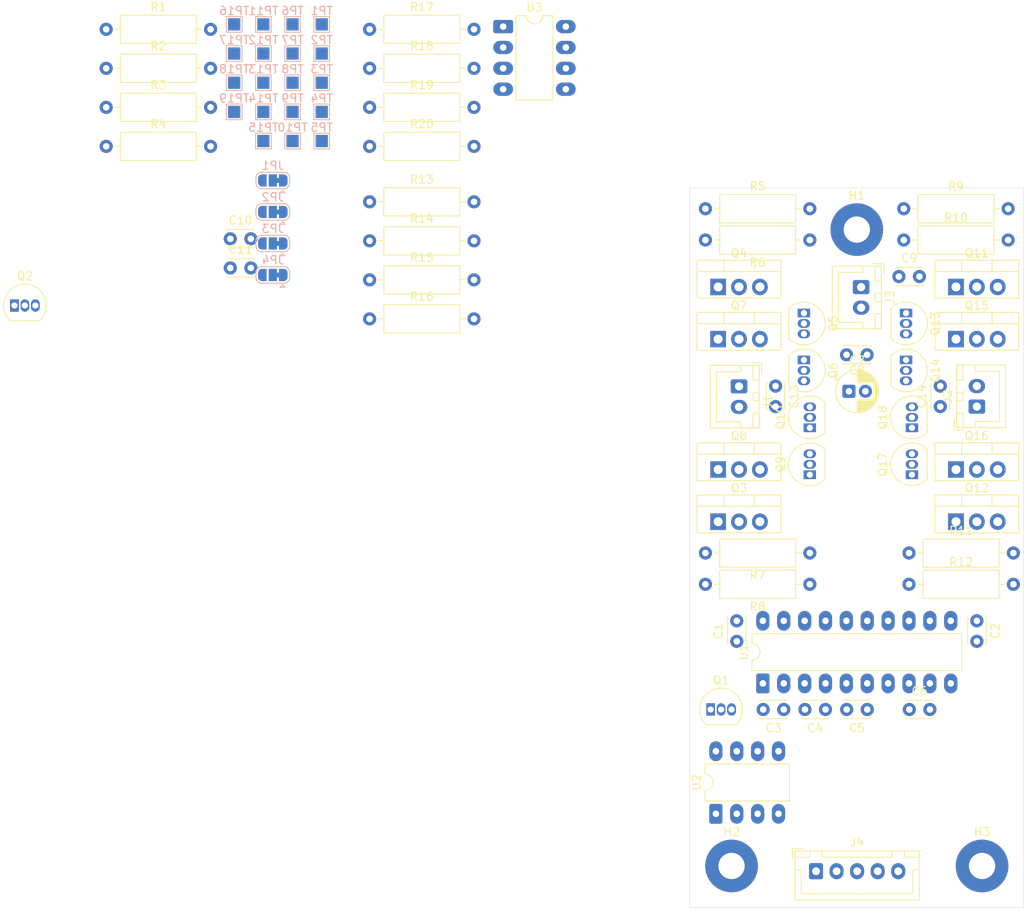
<source format=kicad_pcb>
(kicad_pcb (version 20241229) (generator "pcbnew") (generator_version "9.0")
  (title_block (title "Dual H-Bridge") (rev "A") (company "Team 5") (comment 1 "George Sleen"))
  (layers (0 "F.Cu" signal) (2 "B.Cu" signal) (13 "F.Paste" user) (15 "B.Paste" user) (5 "F.SilkS" user "F.Silkscreen") (7 "B.SilkS" user "B.Silkscreen") (1 "F.Mask" user) (3 "B.Mask" user) (25 "Edge.Cuts" user))
  (net 0 "")
  (net 1 "GND")
  (net 2 "+BATT")
  (net 3 "/H-Bridge 0/MOTOR+")
  (net 4 "/H-Bridge 0/MOTOR-")
  (net 5 "Net-(C9-Pad1)")
  (net 6 "/H-Bridge 1/MOTOR+")
  (net 7 "/H-Bridge 1/MOTOR-")
  (net 8 "Net-(U1-T1)")
  (net 9 "Net-(U1-T2)")
  (net 10 "Net-(U1-T3)")
  (net 11 "Net-(U1-T4)")
  (net 12 "Net-(C10-Pad1)")
  (net 13 "Net-(C11-Pad1)")
  (net 14 "Net-(JP1-C)")
  (net 15 "/Motor0.~{DIR}")
  (net 16 "/Motor0.DIR")
  (net 17 "Net-(JP2-C)")
  (net 18 "Net-(JP3-C)")
  (net 19 "/Motor1.~{DIR}")
  (net 20 "Net-(JP4-C)")
  (net 21 "/Motor1.DIR")
  (net 22 "/H-Bridge 0/FOW_HIGH_GATE")
  (net 23 "/H-Bridge 0/REV_HIGH_GATE")
  (net 24 "/H-Bridge 0/REV_LOW_GATE")
  (net 25 "/H-Bridge 0/FOW_LOW_GATE")
  (net 26 "/H-Bridge 1/FOW_HIGH_GATE")
  (net 27 "/H-Bridge 1/REV_HIGH_GATE")
  (net 28 "/H-Bridge 1/REV_LOW_GATE")
  (net 29 "/H-Bridge 1/FOW_LOW_GATE")
  (net 30 "/PWM0")
  (net 31 "/PWM1")
  (net 32 "/MCU.PWM0")
  (net 33 "Net-(R13-Pad2)")
  (net 34 "/Motor0.PWM")
  (net 35 "/MCU.DIR0")
  (net 36 "Net-(R15-Pad2)")
  (net 37 "/MCU.PWM1")
  (net 38 "Net-(R17-Pad2)")
  (net 39 "/Motor1.PWM")
  (net 40 "Net-(R19-Pad2)")
  (net 41 "/MCU.DIR1")
  (net 42 "Net-(Q1-B)")
  (net 43 "Net-(Q2-B)")
  (net 44 "Net-(Q5-B)")
  (net 45 "Net-(Q9-B)")
  (net 46 "Net-(Q13-B)")
  (net 47 "Net-(Q17-B)")
  (net 48 "GNDPWR")
  (footprint "Package_TO_SOT_THT:TO-92_Inline" (layer "F.Cu") (at 27.69 58.77)
    (property "Reference" "Q2" (at 1.27 -3.56 0) (layer "F.SilkS"))
    (property "Value" "2N3904")
    (pad "1" thru_hole rect (at 0 0) (size 1.05 1.5) (drill 0.75) (layers "*.Cu" "*.Mask") (net 48 "GNDPWR"))
    (pad "2" thru_hole oval (at 1.27 0) (size 1.05 1.5) (drill 0.75) (layers "*.Cu" "*.Mask") (net 43 "Net-(Q2-B)"))
    (pad "3" thru_hole oval (at 2.54 0) (size 1.05 1.5) (drill 0.75) (layers "*.Cu" "*.Mask") (net 19 "/Motor1.~{DIR}"))
  )
  (footprint "Resistor_THT:R_Axial_DIN0309_L9.0mm_D3.2mm_P12.70mm_Horizontal" (layer "F.Cu") (at 70.9 39.4)
    (property "Reference" "R20" (at 6.35 -2.72 0) (layer "F.SilkS"))
    (property "Value" "1k")
    (pad "1" thru_hole circle (at 0 0) (size 1.6 1.6) (drill 0.8) (layers "*.Cu" "*.Mask") (net 48 "GNDPWR"))
    (pad "2" thru_hole circle (at 12.7 0) (size 1.6 1.6) (drill 0.8) (layers "*.Cu" "*.Mask") (net 21 "/Motor1.DIR"))
  )
  (footprint "Resistor_THT:R_Axial_DIN0309_L9.0mm_D3.2mm_P12.70mm_Horizontal" (layer "F.Cu") (at 111.76 46.99)
    (property "Reference" "R5" (at 6.35 -2.72 0) (layer "F.SilkS"))
    (property "Value" "10k")
    (pad "1" thru_hole circle (at 0 0) (size 1.6 1.6) (drill 0.8) (layers "*.Cu" "*.Mask") (net 2 "+BATT"))
    (pad "2" thru_hole circle (at 12.7 0) (size 1.6 1.6) (drill 0.8) (layers "*.Cu" "*.Mask") (net 24 "/H-Bridge 0/REV_LOW_GATE"))
  )
  (footprint "Resistor_THT:R_Axial_DIN0309_L9.0mm_D3.2mm_P12.70mm_Horizontal" (layer "F.Cu") (at 38.85 39.4)
    (property "Reference" "R4" (at 6.35 -2.72 0) (layer "F.SilkS"))
    (property "Value" "100k")
    (pad "1" thru_hole circle (at 0 0) (size 1.6 1.6) (drill 0.8) (layers "*.Cu" "*.Mask") (net 21 "/Motor1.DIR"))
    (pad "2" thru_hole circle (at 12.7 0) (size 1.6 1.6) (drill 0.8) (layers "*.Cu" "*.Mask") (net 43 "Net-(Q2-B)"))
  )
  (footprint "Capacitor_THT:C_Disc_D3.0mm_W2.0mm_P2.50mm" (layer "F.Cu") (at 115.57 99.655 90)
    (property "Reference" "C1" (at 1.25 -2.25 90) (layer "F.SilkS"))
    (property "Value" "100nF")
    (pad "1" thru_hole circle (at 0 0 90) (size 1.6 1.6) (drill 0.8) (layers "*.Cu" "*.Mask") (net 2 "+BATT"))
    (pad "2" thru_hole circle (at 2.5 0 90) (size 1.6 1.6) (drill 0.8) (layers "*.Cu" "*.Mask") (net 48 "GNDPWR"))
  )
  (footprint "Resistor_THT:R_Axial_DIN0309_L9.0mm_D3.2mm_P12.70mm_Horizontal" (layer "F.Cu") (at 136.525 92.71)
    (property "Reference" "R12" (at 6.35 -2.72 0) (layer "F.SilkS"))
    (property "Value" "100k")
    (pad "1" thru_hole circle (at 0 0) (size 1.6 1.6) (drill 0.8) (layers "*.Cu" "*.Mask") (net 31 "/PWM1"))
    (pad "2" thru_hole circle (at 12.7 0) (size 1.6 1.6) (drill 0.8) (layers "*.Cu" "*.Mask") (net 47 "Net-(Q17-B)"))
  )
  (footprint "Capacitor_THT:C_Disc_D3.0mm_W2.0mm_P2.50mm" (layer "F.Cu") (at 126.365 107.95 180)
    (property "Reference" "C4" (at 1.25 -2.25 0) (layer "F.SilkS"))
    (property "Value" "10nF")
    (pad "1" thru_hole circle (at 0 0 180) (size 1.6 1.6) (drill 0.8) (layers "*.Cu" "*.Mask") (net 9 "Net-(U1-T2)"))
    (pad "2" thru_hole circle (at 2.5 0 180) (size 1.6 1.6) (drill 0.8) (layers "*.Cu" "*.Mask") (net 48 "GNDPWR"))
  )
  (footprint "Capacitor_THT:C_Disc_D3.0mm_W2.0mm_P2.50mm" (layer "F.Cu") (at 140.335 71.08 90)
    (property "Reference" "C14" (at 1.25 -2.25 90) (layer "F.SilkS"))
    (property "Value" "100nF")
    (pad "1" thru_hole circle (at 0 0 90) (size 1.6 1.6) (drill 0.8) (layers "*.Cu" "*.Mask") (net 6 "/H-Bridge 1/MOTOR+"))
    (pad "2" thru_hole circle (at 2.5 0 90) (size 1.6 1.6) (drill 0.8) (layers "*.Cu" "*.Mask") (net 7 "/H-Bridge 1/MOTOR-"))
  )
  (footprint "Capacitor_THT:C_Disc_D3.0mm_W2.0mm_P2.50mm" (layer "F.Cu") (at 131.445 107.95 180)
    (property "Reference" "C5" (at 1.25 -2.25 0) (layer "F.SilkS"))
    (property "Value" "10nF")
    (pad "1" thru_hole circle (at 0 0 180) (size 1.6 1.6) (drill 0.8) (layers "*.Cu" "*.Mask") (net 10 "Net-(U1-T3)"))
    (pad "2" thru_hole circle (at 2.5 0 180) (size 1.6 1.6) (drill 0.8) (layers "*.Cu" "*.Mask") (net 48 "GNDPWR"))
  )
  (footprint "Capacitor_THT:CP_Radial_D5.0mm_P2.00mm" (layer "F.Cu") (at 129.219888 69.215)
    (property "Reference" "C7" (at 1 -3.75 0) (layer "F.SilkS"))
    (property "Value" "47uF")
    (pad "1" thru_hole roundrect (at 0 0) (size 1.6 1.6) (drill 0.8) (layers "*.Cu" "*.Mask") (roundrect_rratio 0.15625) (net 2 "+BATT"))
    (pad "2" thru_hole circle (at 2 0) (size 1.6 1.6) (drill 0.8) (layers "*.Cu" "*.Mask") (net 48 "GNDPWR"))
  )
  (footprint "Resistor_THT:R_Axial_DIN0309_L9.0mm_D3.2mm_P12.70mm_Horizontal" (layer "F.Cu") (at 38.85 25.15)
    (property "Reference" "R1" (at 6.35 -2.72 0) (layer "F.SilkS"))
    (property "Value" "10k")
    (pad "1" thru_hole circle (at 0 0) (size 1.6 1.6) (drill 0.8) (layers "*.Cu" "*.Mask") (net 2 "+BATT"))
    (pad "2" thru_hole circle (at 12.7 0) (size 1.6 1.6) (drill 0.8) (layers "*.Cu" "*.Mask") (net 15 "/Motor0.~{DIR}"))
  )
  (footprint "Resistor_THT:R_Axial_DIN0309_L9.0mm_D3.2mm_P12.70mm_Horizontal" (layer "F.Cu") (at 124.46 50.8 180)
    (property "Reference" "R6" (at 6.35 -2.72 0) (layer "F.SilkS"))
    (property "Value" "100k")
    (pad "1" thru_hole circle (at 0 0 180) (size 1.6 1.6) (drill 0.8) (layers "*.Cu" "*.Mask") (net 30 "/PWM0"))
    (pad "2" thru_hole circle (at 12.7 0 180) (size 1.6 1.6) (drill 0.8) (layers "*.Cu" "*.Mask") (net 44 "Net-(Q5-B)"))
  )
  (footprint "Capacitor_THT:C_Disc_D3.0mm_W2.0mm_P2.50mm" (layer "F.Cu") (at 53.95 54.2)
    (property "Reference" "C11" (at 1.25 -2.25 0) (layer "F.SilkS"))
    (property "Value" "100nF")
    (pad "1" thru_hole circle (at 0 0) (size 1.6 1.6) (drill 0.8) (layers "*.Cu" "*.Mask") (net 13 "Net-(C11-Pad1)"))
    (pad "2" thru_hole circle (at 2.5 0) (size 1.6 1.6) (drill 0.8) (layers "*.Cu" "*.Mask") (net 1 "GND"))
  )
  (footprint "Resistor_THT:R_Axial_DIN0309_L9.0mm_D3.2mm_P12.70mm_Horizontal" (layer "F.Cu") (at 70.9 55.65)
    (property "Reference" "R15" (at 6.35 -2.72 0) (layer "F.SilkS"))
    (property "Value" "330R")
    (pad "1" thru_hole circle (at 0 0) (size 1.6 1.6) (drill 0.8) (layers "*.Cu" "*.Mask") (net 35 "/MCU.DIR0"))
    (pad "2" thru_hole circle (at 12.7 0) (size 1.6 1.6) (drill 0.8) (layers "*.Cu" "*.Mask") (net 36 "Net-(R15-Pad2)"))
  )
  (footprint "Capacitor_THT:C_Disc_D3.0mm_W2.0mm_P2.50mm" (layer "F.Cu") (at 53.95 50.65)
    (property "Reference" "C10" (at 1.25 -2.25 0) (layer "F.SilkS"))
    (property "Value" "100nF")
    (pad "1" thru_hole circle (at 0 0) (size 1.6 1.6) (drill 0.8) (layers "*.Cu" "*.Mask") (net 12 "Net-(C10-Pad1)"))
    (pad "2" thru_hole circle (at 2.5 0) (size 1.6 1.6) (drill 0.8) (layers "*.Cu" "*.Mask") (net 1 "GND"))
  )
  (footprint "Package_TO_SOT_THT:TO-220-3_Vertical" (layer "F.Cu") (at 113.305 56.515)
    (property "Reference" "Q4" (at 2.54 -4.1 0) (layer "F.SilkS"))
    (property "Value" "IRFZ44")
    (pad "1" thru_hole rect (at 0 0) (size 1.905 2) (drill 1.1) (layers "*.Cu" "*.Mask") (net 23 "/H-Bridge 0/REV_HIGH_GATE"))
    (pad "2" thru_hole oval (at 2.54 0) (size 1.905 2) (drill 1.1) (layers "*.Cu" "*.Mask") (net 2 "+BATT"))
    (pad "3" thru_hole oval (at 5.08 0) (size 1.905 2) (drill 1.1) (layers "*.Cu" "*.Mask") (net 4 "/H-Bridge 0/MOTOR-"))
  )
  (footprint "Package_TO_SOT_THT:TO-92_Inline" (layer "F.Cu") (at 123.74 59.69 -90)
    (property "Reference" "Q5" (at 1.27 -3.56 90) (layer "F.SilkS"))
    (property "Value" "2N3904")
    (pad "1" thru_hole rect (at 0 0 270) (size 1.05 1.5) (drill 0.75) (layers "*.Cu" "*.Mask") (net 48 "GNDPWR"))
    (pad "2" thru_hole oval (at 1.27 0 270) (size 1.05 1.5) (drill 0.75) (layers "*.Cu" "*.Mask") (net 44 "Net-(Q5-B)"))
    (pad "3" thru_hole oval (at 2.54 0 270) (size 1.05 1.5) (drill 0.75) (layers "*.Cu" "*.Mask") (net 24 "/H-Bridge 0/REV_LOW_GATE"))
  )
  (footprint "Package_TO_SOT_THT:TO-92_Inline" (layer "F.Cu") (at 136.165 65.405 -90)
    (property "Reference" "Q14" (at 1.27 -3.56 90) (layer "F.SilkS"))
    (property "Value" "VN2222L")
    (pad "1" thru_hole rect (at 0 0 270) (size 1.05 1.5) (drill 0.75) (layers "*.Cu" "*.Mask") (net 28 "/H-Bridge 1/REV_LOW_GATE"))
    (pad "2" thru_hole oval (at 1.27 0 270) (size 1.05 1.5) (drill 0.75) (layers "*.Cu" "*.Mask") (net 19 "/Motor1.~{DIR}"))
    (pad "3" thru_hole oval (at 2.54 0 270) (size 1.05 1.5) (drill 0.75) (layers "*.Cu" "*.Mask") (net 48 "GNDPWR"))
  )
  (footprint "Connector_JST:JST_XH_B2B-XH-A_1x02_P2.50mm_Vertical" (layer "F.Cu") (at 130.7 56.535 -90)
    (property "Reference" "J3" (at 1.25 -3.55 90) (layer "F.SilkS"))
    (property "Value" "BATT")
    (pad "1" thru_hole roundrect (at 0 0 270) (size 1.7 2) (drill 1) (layers "*.Cu" "*.Mask") (roundrect_rratio 0.147059) (net 48 "GNDPWR"))
    (pad "2" thru_hole oval (at 2.5 0 270) (size 1.7 2) (drill 1) (layers "*.Cu" "*.Mask") (net 2 "+BATT"))
  )
  (footprint "Resistor_THT:R_Axial_DIN0309_L9.0mm_D3.2mm_P12.70mm_Horizontal" (layer "F.Cu") (at 70.9 50.9)
    (property "Reference" "R14" (at 6.35 -2.72 0) (layer "F.SilkS"))
    (property "Value" "1k")
    (pad "1" thru_hole circle (at 0 0) (size 1.6 1.6) (drill 0.8) (layers "*.Cu" "*.Mask") (net 48 "GNDPWR"))
    (pad "2" thru_hole circle (at 12.7 0) (size 1.6 1.6) (drill 0.8) (layers "*.Cu" "*.Mask") (net 34 "/Motor0.PWM"))
  )
  (footprint "Capacitor_THT:C_Disc_D3.0mm_W2.0mm_P2.50mm" (layer "F.Cu") (at 120.29 68.58 -90)
    (property "Reference" "C13" (at 1.25 -2.25 90) (layer "F.SilkS"))
    (property "Value" "100nF")
    (pad "1" thru_hole circle (at 0 0 270) (size 1.6 1.6) (drill 0.8) (layers "*.Cu" "*.Mask") (net 3 "/H-Bridge 0/MOTOR+"))
    (pad "2" thru_hole circle (at 2.5 0 270) (size 1.6 1.6) (drill 0.8) (layers "*.Cu" "*.Mask") (net 4 "/H-Bridge 0/MOTOR-"))
  )
  (footprint "Capacitor_THT:C_Disc_D3.0mm_W2.0mm_P2.50mm" (layer "F.Cu") (at 128.925 64.77)
    (property "Reference" "C8" (at 1.25 1.905 0) (layer "F.SilkS"))
    (property "Value" "100nF")
    (pad "1" thru_hole circle (at 0 0) (size 1.6 1.6) (drill 0.8) (layers "*.Cu" "*.Mask") (net 2 "+BATT"))
    (pad "2" thru_hole circle (at 2.5 0) (size 1.6 1.6) (drill 0.8) (layers "*.Cu" "*.Mask") (net 48 "GNDPWR"))
  )
  (footprint "Resistor_THT:R_Axial_DIN0309_L9.0mm_D3.2mm_P12.70mm_Horizontal" (layer "F.Cu") (at 135.89 50.8)
    (property "Reference" "R10" (at 6.35 -2.72 0) (layer "F.SilkS"))
    (property "Value" "100k")
    (pad "1" thru_hole circle (at 0 0) (size 1.6 1.6) (drill 0.8) (layers "*.Cu" "*.Mask") (net 31 "/PWM1"))
    (pad "2" thru_hole circle (at 12.7 0) (size 1.6 1.6) (drill 0.8) (layers "*.Cu" "*.Mask") (net 46 "Net-(Q13-B)"))
  )
  (footprint "Resistor_THT:R_Axial_DIN0309_L9.0mm_D3.2mm_P12.70mm_Horizontal" (layer "F.Cu") (at 124.46 88.9 180)
    (property "Reference" "R7" (at 6.35 -2.72 0) (layer "F.SilkS"))
    (property "Value" "10k")
    (pad "1" thru_hole circle (at 0 0 180) (size 1.6 1.6) (drill 0.8) (layers "*.Cu" "*.Mask") (net 2 "+BATT"))
    (pad "2" thru_hole circle (at 12.7 0 180) (size 1.6 1.6) (drill 0.8) (layers "*.Cu" "*.Mask") (net 25 "/H-Bridge 0/FOW_LOW_GATE"))
  )
  (footprint "Package_TO_SOT_THT:TO-220-3_Vertical" (layer "F.Cu") (at 113.305 62.865)
    (property "Reference" "Q7" (at 2.54 -4.1 0) (layer "F.SilkS"))
    (property "Value" "IRFZ44")
    (pad "1" thru_hole rect (at 0 0) (size 1.905 2) (drill 1.1) (layers "*.Cu" "*.Mask") (net 24 "/H-Bridge 0/REV_LOW_GATE"))
    (pad "2" thru_hole oval (at 2.54 0) (size 1.905 2) (drill 1.1) (layers "*.Cu" "*.Mask") (net 3 "/H-Bridge 0/MOTOR+"))
    (pad "3" thru_hole oval (at 5.08 0) (size 1.905 2) (drill 1.1) (layers "*.Cu" "*.Mask") (net 48 "GNDPWR"))
  )
  (footprint "Capacitor_THT:C_Disc_D3.0mm_W2.0mm_P2.50mm" (layer "F.Cu") (at 136.565 107.95)
    (property "Reference" "C6" (at 1.25 -2.25 0) (layer "F.SilkS"))
    (property "Value" "10nF")
    (pad "1" thru_hole circle (at 0 0) (size 1.6 1.6) (drill 0.8) (layers "*.Cu" "*.Mask") (net 11 "Net-(U1-T4)"))
    (pad "2" thru_hole circle (at 2.5 0) (size 1.6 1.6) (drill 0.8) (layers "*.Cu" "*.Mask") (net 48 "GNDPWR"))
  )
  (footprint "Capacitor_THT:C_Disc_D3.0mm_W2.0mm_P2.50mm" (layer "F.Cu") (at 121.285 107.95 180)
    (property "Reference" "C3" (at 1.25 -2.25 0) (layer "F.SilkS"))
    (property "Value" "10nF")
    (pad "1" thru_hole circle (at 0 0 180) (size 1.6 1.6) (drill 0.8) (layers "*.Cu" "*.Mask") (net 8 "Net-(U1-T1)"))
    (pad "2" thru_hole circle (at 2.5 0 180) (size 1.6 1.6) (drill 0.8) (layers "*.Cu" "*.Mask") (net 48 "GNDPWR"))
  )
  (footprint "MountingHole:MountingHole_3.2mm_M3_Pad" (layer "F.Cu") (at 145.415 127)
    (property "Reference" "H3" (at 0 -4.15 0) (layer "F.SilkS"))
    (property "Value" "M3_PTH")
    (pad "1" thru_hole circle (at 0 0) (size 6.4 6.4) (drill 3.2) (layers "*.Cu" "*.Mask") (net 13 "Net-(C11-Pad1)"))
  )
  (footprint "Package_TO_SOT_THT:TO-92_Inline" (layer "F.Cu") (at 124.46 79.375 90)
    (property "Reference" "Q9" (at 1.27 -3.56 90) (layer "F.SilkS"))
    (property "Value" "2N3904")
    (pad "1" thru_hole rect (at 0 0 90) (size 1.05 1.5) (drill 0.75) (layers "*.Cu" "*.Mask") (net 48 "GNDPWR"))
    (pad "2" thru_hole oval (at 1.27 0 90) (size 1.05 1.5) (drill 0.75) (layers "*.Cu" "*.Mask") (net 45 "Net-(Q9-B)"))
    (pad "3" thru_hole oval (at 2.54 0 90) (size 1.05 1.5) (drill 0.75) (layers "*.Cu" "*.Mask") (net 25 "/H-Bridge 0/FOW_LOW_GATE"))
  )
  (footprint "Package_TO_SOT_THT:TO-92_Inline" (layer "F.Cu") (at 136.165 59.69 -90)
    (property "Reference" "Q13" (at 1.27 -3.56 90) (layer "F.SilkS"))
    (property "Value" "2N3904")
    (pad "1" thru_hole rect (at 0 0 270) (size 1.05 1.5) (drill 0.75) (layers "*.Cu" "*.Mask") (net 48 "GNDPWR"))
    (pad "2" thru_hole oval (at 1.27 0 270) (size 1.05 1.5) (drill 0.75) (layers "*.Cu" "*.Mask") (net 46 "Net-(Q13-B)"))
    (pad "3" thru_hole oval (at 2.54 0 270) (size 1.05 1.5) (drill 0.75) (layers "*.Cu" "*.Mask") (net 28 "/H-Bridge 1/REV_LOW_GATE"))
  )
  (footprint "Package_TO_SOT_THT:TO-220-3_Vertical" (layer "F.Cu") (at 142.24 62.865)
    (property "Reference" "Q15" (at 2.54 -4.1 0) (layer "F.SilkS"))
    (property "Value" "IRFZ44")
    (pad "1" thru_hole rect (at 0 0) (size 1.905 2) (drill 1.1) (layers "*.Cu" "*.Mask") (net 28 "/H-Bridge 1/REV_LOW_GATE"))
    (pad "2" thru_hole oval (at 2.54 0) (size 1.905 2) (drill 1.1) (layers "*.Cu" "*.Mask") (net 6 "/H-Bridge 1/MOTOR+"))
    (pad "3" thru_hole oval (at 5.08 0) (size 1.905 2) (drill 1.1) (layers "*.Cu" "*.Mask") (net 48 "GNDPWR"))
  )
  (footprint "MountingHole:MountingHole_3.2mm_M3_Pad" (layer "F.Cu") (at 114.935 127)
    (property "Reference" "H2" (at 0 -4.15 0) (layer "F.SilkS"))
    (property "Value" "M3_PTH")
    (pad "1" thru_hole circle (at 0 0) (size 6.4 6.4) (drill 3.2) (layers "*.Cu" "*.Mask") (net 12 "Net-(C10-Pad1)"))
  )
  (footprint "Resistor_THT:R_Axial_DIN0309_L9.0mm_D3.2mm_P12.70mm_Horizontal" (layer "F.Cu") (at 70.9 29.9)
    (property "Reference" "R18" (at 6.35 -2.72 0) (layer "F.SilkS"))
    (property "Value" "1k")
    (pad "1" thru_hole circle (at 0 0) (size 1.6 1.6) (drill 0.8) (layers "*.Cu" "*.Mask") (net 48 "GNDPWR"))
    (pad "2" thru_hole circle (at 12.7 0) (size 1.6 1.6) (drill 0.8) (layers "*.Cu" "*.Mask") (net 39 "/Motor1.PWM"))
  )
  (footprint "MountingHole:MountingHole_3.2mm_M3_Pad" (layer "F.Cu") (at 130.175 49.53)
    (property "Reference" "H1" (at 0 -4.15 0) (layer "F.SilkS"))
    (property "Value" "M3_PTH")
    (pad "1" thru_hole circle (at 0 0) (size 6.4 6.4) (drill 3.2) (layers "*.Cu" "*.Mask") (net 5 "Net-(C9-Pad1)"))
  )
  (footprint "Package_TO_SOT_THT:TO-92_Inline" (layer "F.Cu") (at 124.46 73.66 90)
    (property "Reference" "Q10" (at 1.27 -3.56 90) (layer "F.SilkS"))
    (property "Value" "VN2222L")
    (pad "1" thru_hole rect (at 0 0 90) (size 1.05 1.5) (drill 0.75) (layers "*.Cu" "*.Mask") (net 25 "/H-Bridge 0/FOW_LOW_GATE"))
    (pad "2" thru_hole oval (at 1.27 0 90) (size 1.05 1.5) (drill 0.75) (layers "*.Cu" "*.Mask") (net 16 "/Motor0.DIR"))
    (pad "3" thru_hole oval (at 2.54 0 90) (size 1.05 1.5) (drill 0.75) (layers "*.Cu" "*.Mask") (net 48 "GNDPWR"))
  )
  (footprint "Package_TO_SOT_THT:TO-220-3_Vertical" (layer "F.Cu") (at 113.305 85.09)
    (property "Reference" "Q3" (at 2.54 -4.1 0) (layer "F.SilkS"))
    (property "Value" "IRFZ44")
    (pad "1" thru_hole rect (at 0 0) (size 1.905 2) (drill 1.1) (layers "*.Cu" "*.Mask") (net 22 "/H-Bridge 0/FOW_HIGH_GATE"))
    (pad "2" thru_hole oval (at 2.54 0) (size 1.905 2) (drill 1.1) (layers "*.Cu" "*.Mask") (net 2 "+BATT"))
    (pad "3" thru_hole oval (at 5.08 0) (size 1.905 2) (drill 1.1) (layers "*.Cu" "*.Mask") (net 3 "/H-Bridge 0/MOTOR+"))
  )
  (footprint "Package_TO_SOT_THT:TO-92_Inline" (layer "F.Cu") (at 136.885 79.375 90)
    (property "Reference" "Q17" (at 1.27 -3.56 90) (layer "F.SilkS"))
    (property "Value" "2N3904")
    (pad "1" thru_hole rect (at 0 0 90) (size 1.05 1.5) (drill 0.75) (layers "*.Cu" "*.Mask") (net 48 "GNDPWR"))
    (pad "2" thru_hole oval (at 1.27 0 90) (size 1.05 1.5) (drill 0.75) (layers "*.Cu" "*.Mask") (net 47 "Net-(Q17-B)"))
    (pad "3" thru_hole oval (at 2.54 0 90) (size 1.05 1.5) (drill 0.75) (layers "*.Cu" "*.Mask") (net 29 "/H-Bridge 1/FOW_LOW_GATE"))
  )
  (footprint "Resistor_THT:R_Axial_DIN0309_L9.0mm_D3.2mm_P12.70mm_Horizontal" (layer "F.Cu") (at 70.9 46.15)
    (property "Reference" "R13" (at 6.35 -2.72 0) (layer "F.SilkS"))
    (property "Value" "330R")
    (pad "1" thru_hole circle (at 0 0) (size 1.6 1.6) (drill 0.8) (layers "*.Cu" "*.Mask") (net 32 "/MCU.PWM0"))
    (pad "2" thru_hole circle (at 12.7 0) (size 1.6 1.6) (drill 0.8) (layers "*.Cu" "*.Mask") (net 33 "Net-(R13-Pad2)"))
  )
  (footprint "Resistor_THT:R_Axial_DIN0309_L9.0mm_D3.2mm_P12.70mm_Horizontal" (layer "F.Cu") (at 136.525 88.9)
    (property "Reference" "R11" (at 6.35 -2.72 0) (layer "F.SilkS"))
    (property "Value" "10k")
    (pad "1" thru_hole circle (at 0 0) (size 1.6 1.6) (drill 0.8) (layers "*.Cu" "*.Mask") (net 2 "+BATT"))
    (pad "2" thru_hole circle (at 12.7 0) (size 1.6 1.6) (drill 0.8) (layers "*.Cu" "*.Mask") (net 29 "/H-Bridge 1/FOW_LOW_GATE"))
  )
  (footprint "Package_TO_SOT_THT:TO-220-3_Vertical" (layer "F.Cu") (at 142.24 56.515)
    (property "Reference" "Q11" (at 2.54 -4.1 0) (layer "F.SilkS"))
    (property "Value" "IRFZ44")
    (pad "1" thru_hole rect (at 0 0) (size 1.905 2) (drill 1.1) (layers "*.Cu" "*.Mask") (net 26 "/H-Bridge 1/FOW_HIGH_GATE"))
    (pad "2" thru_hole oval (at 2.54 0) (size 1.905 2) (drill 1.1) (layers "*.Cu" "*.Mask") (net 2 "+BATT"))
    (pad "3" thru_hole oval (at 5.08 0) (size 1.905 2) (drill 1.1) (layers "*.Cu" "*.Mask") (net 6 "/H-Bridge 1/MOTOR+"))
  )
  (footprint "Resistor_THT:R_Axial_DIN0309_L9.0mm_D3.2mm_P12.70mm_Horizontal" (layer "F.Cu") (at 135.89 46.99)
    (property "Reference" "R9" (at 6.35 -2.72 0) (layer "F.SilkS"))
    (property "Value" "10k")
    (pad "1" thru_hole circle (at 0 0) (size 1.6 1.6) (drill 0.8) (layers "*.Cu" "*.Mask") (net 2 "+BATT"))
    (pad "2" thru_hole circle (at 12.7 0) (size 1.6 1.6) (drill 0.8) (layers "*.Cu" "*.Mask") (net 28 "/H-Bridge 1/REV_LOW_GATE"))
  )
  (footprint "Connector_JST:JST_XH_B2B-XH-A_1x02_P2.50mm_Vertical" (layer "F.Cu") (at 115.845 68.62 -90)
    (property "Reference" "J1" (at 1.885 -3.55 90) (layer "F.SilkS"))
    (property "Value" "Motor0")
    (pad "1" thru_hole roundrect (at 0 0 270) (size 1.7 2) (drill 1) (layers "*.Cu" "*.Mask") (roundrect_rratio 0.147059) (net 3 "/H-Bridge 0/MOTOR+"))
    (pad "2" thru_hole oval (at 2.5 0 270) (size 1.7 2) (drill 1) (layers "*.Cu" "*.Mask") (net 4 "/H-Bridge 0/MOTOR-"))
  )
  (footprint "Package_DIP:DIP-8_W7.62mm_LongPads" (layer "F.Cu") (at 87.15 24.82)
    (property "Reference" "U3" (at 3.81 -2.33 0) (layer "F.SilkS"))
    (property "Value" "MCT6")
    (pad "1" thru_hole roundrect (at 0 0) (size 2.4 1.6) (drill 0.8) (layers "*.Cu" "*.Mask") (roundrect_rratio 0.15625) (net 38 "Net-(R17-Pad2)"))
    (pad "2" thru_hole oval (at 0 2.54) (size 2.4 1.6) (drill 0.8) (layers "*.Cu" "*.Mask") (net 1 "GND"))
    (pad "3" thru_hole oval (at 0 5.08) (size 2.4 1.6) (drill 0.8) (layers "*.Cu" "*.Mask") (net 1 "GND"))
    (pad "4" thru_hole oval (at 0 7.62) (size 2.4 1.6) (drill 0.8) (layers "*.Cu" "*.Mask") (net 40 "Net-(R19-Pad2)"))
    (pad "5" thru_hole oval (at 7.62 7.62) (size 2.4 1.6) (drill 0.8) (layers "*.Cu" "*.Mask") (net 21 "/Motor1.DIR"))
    (pad "6" thru_hole oval (at 7.62 5.08) (size 2.4 1.6) (drill 0.8) (layers "*.Cu" "*.Mask") (net 2 "+BATT"))
    (pad "7" thru_hole oval (at 7.62 2.54) (size 2.4 1.6) (drill 0.8) (layers "*.Cu" "*.Mask") (net 2 "+BATT"))
    (pad "8" thru_hole oval (at 7.62 0) (size 2.4 1.6) (drill 0.8) (layers "*.Cu" "*.Mask") (net 39 "/Motor1.PWM"))
  )
  (footprint "Resistor_THT:R_Axial_DIN0309_L9.0mm_D3.2mm_P12.70mm_Horizontal" (layer "F.Cu") (at 38.85 34.65)
    (property "Reference" "R3" (at 6.35 -2.72 0) (layer "F.SilkS"))
    (property "Value" "10k")
    (pad "1" thru_hole circle (at 0 0) (size 1.6 1.6) (drill 0.8) (layers "*.Cu" "*.Mask") (net 2 "+BATT"))
    (pad "2" thru_hole circle (at 12.7 0) (size 1.6 1.6) (drill 0.8) (layers "*.Cu" "*.Mask") (net 19 "/Motor1.~{DIR}"))
  )
  (footprint "Capacitor_THT:C_Disc_D3.0mm_W2.0mm_P2.50mm" (layer "F.Cu") (at 135.295 55.245)
    (property "Reference" "C9" (at 1.25 -2.25 0) (layer "F.SilkS"))
    (property "Value" "100nF")
    (pad "1" thru_hole circle (at 0 0) (size 1.6 1.6) (drill 0.8) (layers "*.Cu" "*.Mask") (net 5 "Net-(C9-Pad1)"))
    (pad "2" thru_hole circle (at 2.5 0) (size 1.6 1.6) (drill 0.8) (layers "*.Cu" "*.Mask") (net 48 "GNDPWR"))
  )
  (footprint "Resistor_THT:R_Axial_DIN0309_L9.0mm_D3.2mm_P12.70mm_Horizontal" (layer "F.Cu") (at 70.9 60.4)
    (property "Reference" "R16" (at 6.35 -2.72 0) (layer "F.SilkS"))
    (property "Value" "1k")
    (pad "1" thru_hole circle (at 0 0) (size 1.6 1.6) (drill 0.8) (layers "*.Cu" "*.Mask") (net 48 "GNDPWR"))
    (pad "2" thru_hole circle (at 12.7 0) (size 1.6 1.6) (drill 0.8) (layers "*.Cu" "*.Mask") (net 16 "/Motor0.DIR"))
  )
  (footprint "Package_TO_SOT_THT:TO-220-3_Vertical" (layer "F.Cu") (at 113.305 78.74)
    (property "Reference" "Q8" (at 2.54 -4.1 0) (layer "F.SilkS"))
    (property "Value" "IRFZ44")
    (pad "1" thru_hole rect (at 0 0) (size 1.905 2) (drill 1.1) (layers "*.Cu" "*.Mask") (net 25 "/H-Bridge 0/FOW_LOW_GATE"))
    (pad "2" thru_hole oval (at 2.54 0) (size 1.905 2) (drill 1.1) (layers "*.Cu" "*.Mask") (net 4 "/H-Bridge 0/MOTOR-"))
    (pad "3" thru_hole oval (at 5.08 0) (size 1.905 2) (drill 1.1) (layers "*.Cu" "*.Mask") (net 48 "GNDPWR"))
  )
  (footprint "Package_TO_SOT_THT:TO-220-3_Vertical" (layer "F.Cu") (at 142.24 78.74)
    (property "Reference" "Q16" (at 2.54 -4.1 0) (layer "F.SilkS"))
    (property "Value" "IRFZ44")
    (pad "1" thru_hole rect (at 0 0) (size 1.905 2) (drill 1.1) (layers "*.Cu" "*.Mask") (net 29 "/H-Bridge 1/FOW_LOW_GATE"))
    (pad "2" thru_hole oval (at 2.54 0) (size 1.905 2) (drill 1.1) (layers "*.Cu" "*.Mask") (net 7 "/H-Bridge 1/MOTOR-"))
    (pad "3" thru_hole oval (at 5.08 0) (size 1.905 2) (drill 1.1) (layers "*.Cu" "*.Mask") (net 48 "GNDPWR"))
  )
  (footprint "Package_TO_SOT_THT:TO-220-3_Vertical" (layer "F.Cu") (at 142.24 85.09)
    (property "Reference" "Q12" (at 2.54 -4.1 0) (layer "F.SilkS"))
    (property "Value" "IRFZ44")
    (pad "1" thru_hole rect (at 0 0) (size 1.905 2) (drill 1.1) (layers "*.Cu" "*.Mask") (net 27 "/H-Bridge 1/REV_HIGH_GATE"))
    (pad "2" thru_hole oval (at 2.54 0) (size 1.905 2) (drill 1.1) (layers "*.Cu" "*.Mask") (net 2 "+BATT"))
    (pad "3" thru_hole oval (at 5.08 0) (size 1.905 2) (drill 1.1) (layers "*.Cu" "*.Mask") (net 7 "/H-Bridge 1/MOTOR-"))
  )
  (footprint "Connector_JST:JST_XH_B2B-XH-A_1x02_P2.50mm_Vertical" (layer "F.Cu") (at 144.78 71.08 90)
    (property "Reference" "J2" (at 1.25 -3.55 90) (layer "F.SilkS"))
    (property "Value" "Motor1")
    (pad "1" thru_hole roundrect (at 0 0 90) (size 1.7 2) (drill 1) (layers "*.Cu" "*.Mask") (roundrect_rratio 0.147059) (net 6 "/H-Bridge 1/MOTOR+"))
    (pad "2" thru_hole oval (at 2.5 0 90) (size 1.7 2) (drill 1) (layers "*.Cu" "*.Mask") (net 7 "/H-Bridge 1/MOTOR-"))
  )
  (footprint "Resistor_THT:R_Axial_DIN0309_L9.0mm_D3.2mm_P12.70mm_Horizontal" (layer "F.Cu") (at 70.9 34.65)
    (property "Reference" "R19" (at 6.35 -2.72 0) (layer "F.SilkS"))
    (property "Value" "330R")
    (pad "1" thru_hole circle (at 0 0) (size 1.6 1.6) (drill 0.8) (layers "*.Cu" "*.Mask") (net 41 "/MCU.DIR1"))
    (pad "2" thru_hole circle (at 12.7 0) (size 1.6 1.6) (drill 0.8) (layers "*.Cu" "*.Mask") (net 40 "Net-(R19-Pad2)"))
  )
  (footprint "Connector_JST:JST_XH_B5B-XH-A_1x05_P2.50mm_Vertical" (layer "F.Cu") (at 125.215 127.635)
    (property "Reference" "J4" (at 5 -3.55 0) (layer "F.SilkS"))
    (property "Value" "MCU")
    (pad "1" thru_hole roundrect (at 0 0) (size 1.7 1.95) (drill 0.95) (layers "*.Cu" "*.Mask") (roundrect_rratio 0.147059) (net 1 "GND"))
    (pad "2" thru_hole oval (at 2.5 0) (size 1.7 1.95) (drill 0.95) (layers "*.Cu" "*.Mask") (net 41 "/MCU.DIR1"))
    (pad "3" thru_hole oval (at 5 0) (size 1.7 1.95) (drill 0.95) (layers "*.Cu" "*.Mask") (net 37 "/MCU.PWM1"))
    (pad "4" thru_hole oval (at 7.5 0) (size 1.7 1.95) (drill 0.95) (layers "*.Cu" "*.Mask") (net 35 "/MCU.DIR0"))
    (pad "5" thru_hole oval (at 10 0) (size 1.7 1.95) (drill 0.95) (layers "*.Cu" "*.Mask") (net 32 "/MCU.PWM0"))
  )
  (footprint "Package_TO_SOT_THT:TO-92_Inline" (layer "F.Cu") (at 136.885 73.66 90)
    (property "Reference" "Q18" (at 1.27 -3.56 90) (layer "F.SilkS"))
    (property "Value" "VN2222L")
    (pad "1" thru_hole rect (at 0 0 90) (size 1.05 1.5) (drill 0.75) (layers "*.Cu" "*.Mask") (net 29 "/H-Bridge 1/FOW_LOW_GATE"))
    (pad "2" thru_hole oval (at 1.27 0 90) (size 1.05 1.5) (drill 0.75) (layers "*.Cu" "*.Mask") (net 21 "/Motor1.DIR"))
    (pad "3" thru_hole oval (at 2.54 0 90) (size 1.05 1.5) (drill 0.75) (layers "*.Cu" "*.Mask") (net 48 "GNDPWR"))
  )
  (footprint "Package_TO_SOT_THT:TO-92_Inline" (layer "F.Cu") (at 112.395 107.95)
    (property "Reference" "Q1" (at 1.27 -3.56 0) (layer "F.SilkS"))
    (property "Value" "2N3904")
    (pad "1" thru_hole rect (at 0 0) (size 1.05 1.5) (drill 0.75) (layers "*.Cu" "*.Mask") (net 48 "GNDPWR"))
    (pad "2" thru_hole oval (at 1.27 0) (size 1.05 1.5) (drill 0.75) (layers "*.Cu" "*.Mask") (net 42 "Net-(Q1-B)"))
    (pad "3" thru_hole oval (at 2.54 0) (size 1.05 1.5) (drill 0.75) (layers "*.Cu" "*.Mask") (net 15 "/Motor0.~{DIR}"))
  )
  (footprint "Package_DIP:DIP-8_W7.62mm_LongPads" (layer "F.Cu") (at 113.03 120.65 90)
    (property "Reference" "U2" (at 3.81 -2.33 90) (layer "F.SilkS"))
    (property "Value" "MCT6")
    (pad "1" thru_hole roundrect (at 0 0 90) (size 2.4 1.6) (drill 0.8) (layers "*.Cu" "*.Mask") (roundrect_rratio 0.15625) (net 33 "Net-(R13-Pad2)"))
    (pad "2" thru_hole oval (at 0 2.54 90) (size 2.4 1.6) (drill 0.8) (layers "*.Cu" "*.Mask") (net 1 "GND"))
    (pad "3" thru_hole oval (at 0 5.08 90) (size 2.4 1.6) (drill 0.8) (layers "*.Cu" "*.Mask") (net 1 "GND"))
    (pad "4" thru_hole oval (at 0 7.62 90) (size 2.4 1.6) (drill 0.8) (layers "*.Cu" "*.Mask") (net 36 "Net-(R15-Pad2)"))
    (pad "5" thru_hole oval (at 7.62 7.62 90) (size 2.4 1.6) (drill 0.8) (layers "*.Cu" "*.Mask") (net 16 "/Motor0.DIR"))
    (pad "6" thru_hole oval (at 7.62 5.08 90) (size 2.4 1.6) (drill 0.8) (layers "*.Cu" "*.Mask") (net 2 "+BATT"))
    (pad "7" thru_hole oval (at 7.62 2.54 90) (size 2.4 1.6) (drill 0.8) (layers "*.Cu" "*.Mask") (net 2 "+BATT"))
    (pad "8" thru_hole oval (at 7.62 0 90) (size 2.4 1.6) (drill 0.8) (layers "*.Cu" "*.Mask") (net 34 "/Motor0.PWM"))
  )
  (footprint "Capacitor_THT:C_Disc_D3.0mm_W2.0mm_P2.50mm" (layer "F.Cu") (at 144.78 97.155 -90)
    (property "Reference" "C2" (at 1.25 -2.25 90) (layer "F.SilkS"))
    (property "Value" "100nF")
    (pad "1" thru_hole circle (at 0 0 270) (size 1.6 1.6) (drill 0.8) (layers "*.Cu" "*.Mask") (net 2 "+BATT"))
    (pad "2" thru_hole circle (at 2.5 0 270) (size 1.6 1.6) (drill 0.8) (layers "*.Cu" "*.Mask") (net 48 "GNDPWR"))
  )
  (footprint "Resistor_THT:R_Axial_DIN0309_L9.0mm_D3.2mm_P12.70mm_Horizontal" (layer "F.Cu") (at 38.85 29.9)
    (property "Reference" "R2" (at 6.35 -2.72 0) (layer "F.SilkS"))
    (property "Value" "100k")
    (pad "1" thru_hole circle (at 0 0) (size 1.6 1.6) (drill 0.8) (layers "*.Cu" "*.Mask") (net 16 "/Motor0.DIR"))
    (pad "2" thru_hole circle (at 12.7 0) (size 1.6 1.6) (drill 0.8) (layers "*.Cu" "*.Mask") (net 42 "Net-(Q1-B)"))
  )
  (footprint "Resistor_THT:R_Axial_DIN0309_L9.0mm_D3.2mm_P12.70mm_Horizontal" (layer "F.Cu") (at 124.46 92.71 180)
    (property "Reference" "R8" (at 6.35 -2.72 0) (layer "F.SilkS"))
    (property "Value" "100k")
    (pad "1" thru_hole circle (at 0 0 180) (size 1.6 1.6) (drill 0.8) (layers "*.Cu" "*.Mask") (net 30 "/PWM0"))
    (pad "2" thru_hole circle (at 12.7 0 180) (size 1.6 1.6) (drill 0.8) (layers "*.Cu" "*.Mask") (net 45 "Net-(Q9-B)"))
  )
  (footprint "Package_TO_SOT_THT:TO-92_Inline" (layer "F.Cu") (at 123.74 65.405 -90)
    (property "Reference" "Q6" (at 1.27 -3.56 90) (layer "F.SilkS"))
    (property "Value" "VN2222L")
    (pad "1" thru_hole rect (at 0 0 270) (size 1.05 1.5) (drill 0.75) (layers "*.Cu" "*.Mask") (net 24 "/H-Bridge 0/REV_LOW_GATE"))
    (pad "2" thru_hole oval (at 1.27 0 270) (size 1.05 1.5) (drill 0.75) (layers "*.Cu" "*.Mask") (net 15 "/Motor0.~{DIR}"))
    (pad "3" thru_hole oval (at 2.54 0 270) (size 1.05 1.5) (drill 0.75) (layers "*.Cu" "*.Mask") (net 48 "GNDPWR"))
  )
  (footprint "Package_DIP:DIP-20_W7.62mm_LongPads" (layer "F.Cu") (at 118.745 104.775 90)
    (property "Reference" "U1" (at 3.81 -2.33 90) (layer "F.SilkS"))
    (property "Value" "LT1161")
    (pad "1" thru_hole roundrect (at 0 0 90) (size 2.4 1.6) (drill 0.8) (layers "*.Cu" "*.Mask") (roundrect_rratio 0.15625) (net 48 "GNDPWR"))
    (pad "2" thru_hole oval (at 0 2.54 90) (size 2.4 1.6) (drill 0.8) (layers "*.Cu" "*.Mask") (net 8 "Net-(U1-T1)"))
    (pad "3" thru_hole oval (at 0 5.08 90) (size 2.4 1.6) (drill 0.8) (layers "*.Cu" "*.Mask") (net 15 "/Motor0.~{DIR}"))
    (pad "4" thru_hole oval (at 0 7.62 90) (size 2.4 1.6) (drill 0.8) (layers "*.Cu" "*.Mask") (net 9 "Net-(U1-T2)"))
    (pad "5" thru_hole oval (at 0 10.16 90) (size 2.4 1.6) (drill 0.8) (layers "*.Cu" "*.Mask") (net 16 "/Motor0.DIR"))
    (pad "6" thru_hole oval (at 0 12.7 90) (size 2.4 1.6) (drill 0.8) (layers "*.Cu" "*.Mask") (net 10 "Net-(U1-T3)"))
    (pad "7" thru_hole oval (at 0 15.24 90) (size 2.4 1.6) (drill 0.8) (layers "*.Cu" "*.Mask") (net 19 "/Motor1.~{DIR}"))
    (pad "8" thru_hole oval (at 0 17.78 90) (size 2.4 1.6) (drill 0.8) (layers "*.Cu" "*.Mask") (net 11 "Net-(U1-T4)"))
    (pad "9" thru_hole oval (at 0 20.32 90) (size 2.4 1.6) (drill 0.8) (layers "*.Cu" "*.Mask") (net 21 "/Motor1.DIR"))
    (pad "10" thru_hole oval (at 0 22.86 90) (size 2.4 1.6) (drill 0.8) (layers "*.Cu" "*.Mask") (net 48 "GNDPWR"))
    (pad "11" thru_hole oval (at 7.62 22.86 90) (size 2.4 1.6) (drill 0.8) (layers "*.Cu" "*.Mask") (net 2 "+BATT"))
    (pad "12" thru_hole oval (at 7.62 20.32 90) (size 2.4 1.6) (drill 0.8) (layers "*.Cu" "*.Mask") (net 27 "/H-Bridge 1/REV_HIGH_GATE"))
    (pad "13" thru_hole oval (at 7.62 17.78 90) (size 2.4 1.6) (drill 0.8) (layers "*.Cu" "*.Mask") (net 20 "Net-(JP4-C)"))
    (pad "14" thru_hole oval (at 7.62 15.24 90) (size 2.4 1.6) (drill 0.8) (layers "*.Cu" "*.Mask") (net 26 "/H-Bridge 1/FOW_HIGH_GATE"))
    (pad "15" thru_hole oval (at 7.62 12.7 90) (size 2.4 1.6) (drill 0.8) (layers "*.Cu" "*.Mask") (net 18 "Net-(JP3-C)"))
    (pad "16" thru_hole oval (at 7.62 10.16 90) (size 2.4 1.6) (drill 0.8) (layers "*.Cu" "*.Mask") (net 23 "/H-Bridge 0/REV_HIGH_GATE"))
    (pad "17" thru_hole oval (at 7.62 7.62 90) (size 2.4 1.6) (drill 0.8) (layers "*.Cu" "*.Mask") (net 17 "Net-(JP2-C)"))
    (pad "18" thru_hole oval (at 7.62 5.08 90) (size 2.4 1.6) (drill 0.8) (layers "*.Cu" "*.Mask") (net 22 "/H-Bridge 0/FOW_HIGH_GATE"))
    (pad "19" thru_hole oval (at 7.62 2.54 90) (size 2.4 1.6) (drill 0.8) (layers "*.Cu" "*.Mask") (net 14 "Net-(JP1-C)"))
    (pad "20" thru_hole oval (at 7.62 0 90) (size 2.4 1.6) (drill 0.8) (layers "*.Cu" "*.Mask") (net 2 "+BATT"))
  )
  (footprint "Resistor_THT:R_Axial_DIN0309_L9.0mm_D3.2mm_P12.70mm_Horizontal" (layer "F.Cu") (at 70.9 25.15)
    (property "Reference" "R17" (at 6.35 -2.72 0) (layer "F.SilkS"))
    (property "Value" "330R")
    (pad "1" thru_hole circle (at 0 0) (size 1.6 1.6) (drill 0.8) (layers "*.Cu" "*.Mask") (net 37 "/MCU.PWM1"))
    (pad "2" thru_hole circle (at 12.7 0) (size 1.6 1.6) (drill 0.8) (layers "*.Cu" "*.Mask") (net 38 "Net-(R17-Pad2)"))
  )
  (footprint "Jumper:SolderJumper-3_P1.3mm_Bridged12_RoundedPad1.0x1.5mm" (layer "B.Cu") (at 59.12381 47.385 180)
    (property "Reference" "JP2" (at 0 1.8 0) (layer "B.SilkS") (effects (justify mirror)))
    (property "Value" "MOTOR0_REV")
    (fp_poly (pts (xy -0.9 0.3) (xy -0.4 0.3) (xy -0.4 -0.3) (xy -0.9 -0.3)) (fill yes) (layer "B.Cu"))
    (pad "1" smd custom (at -1.3 0 180) (size 1 0.5) (layers "B.Cu" "B.Mask") (net 2 "+BATT") (options (clearance outline) (anchor rect)) (primitives (gr_circle (center 0 -0.25) (end 0.5 -0.25) (width 0) (fill yes)) (gr_circle (center 0 0.25) (end 0.5 0.25) (width 0) (fill yes)) (gr_poly (pts (xy 0.55 -0.75) (xy 0 -0.75) (xy 0 0.75) (xy 0.55 0.75)) (width 0) (fill yes))))
    (pad "2" smd rect (at 0 0 180) (size 1 1.5) (layers "B.Cu" "B.Mask") (net 17 "Net-(JP2-C)"))
    (pad "3" smd custom (at 1.3 0 180) (size 1 0.5) (layers "B.Cu" "B.Mask") (net 16 "/Motor0.DIR") (options (clearance outline) (anchor rect)) (primitives (gr_circle (center 0 -0.25) (end 0.5 -0.25) (width 0) (fill yes)) (gr_circle (center 0 0.25) (end 0.5 0.25) (width 0) (fill yes)) (gr_poly (pts (xy 0 -0.75) (xy -0.55 -0.75) (xy -0.55 0.75) (xy 0 0.75)) (width 0) (fill yes))))
  )
  (footprint "Jumper:SolderJumper-3_P1.3mm_Bridged12_RoundedPad1.0x1.5mm" (layer "B.Cu") (at 59.12381 55.055 180)
    (property "Reference" "JP4" (at 0 1.8 0) (layer "B.SilkS") (effects (justify mirror)))
    (property "Value" "MOTOR1_REV")
    (fp_poly (pts (xy -0.9 0.3) (xy -0.4 0.3) (xy -0.4 -0.3) (xy -0.9 -0.3)) (fill yes) (layer "B.Cu"))
    (pad "1" smd custom (at -1.3 0 180) (size 1 0.5) (layers "B.Cu" "B.Mask") (net 2 "+BATT") (options (clearance outline) (anchor rect)) (primitives (gr_circle (center 0 -0.25) (end 0.5 -0.25) (width 0) (fill yes)) (gr_circle (center 0 0.25) (end 0.5 0.25) (width 0) (fill yes)) (gr_poly (pts (xy 0.55 -0.75) (xy 0 -0.75) (xy 0 0.75) (xy 0.55 0.75)) (width 0) (fill yes))))
    (pad "2" smd rect (at 0 0 180) (size 1 1.5) (layers "B.Cu" "B.Mask") (net 20 "Net-(JP4-C)"))
    (pad "3" smd custom (at 1.3 0 180) (size 1 0.5) (layers "B.Cu" "B.Mask") (net 21 "/Motor1.DIR") (options (clearance outline) (anchor rect)) (primitives (gr_circle (center 0 -0.25) (end 0.5 -0.25) (width 0) (fill yes)) (gr_circle (center 0 0.25) (end 0.5 0.25) (width 0) (fill yes)) (gr_poly (pts (xy 0 -0.75) (xy -0.55 -0.75) (xy -0.55 0.75) (xy 0 0.75)) (width 0) (fill yes))))
  )
  (footprint "TestPoint:TestPoint_Pad_1.5x1.5mm" (layer "B.Cu") (at 65.07381 28.1 180)
    (property "Reference" "TP2" (at 0 1.648 0) (layer "B.SilkS") (effects (justify mirror)))
    (property "Value" "MCU.PWM0")
    (pad "1" smd rect (at 0 0 180) (size 1.5 1.5) (layers "B.Cu" "B.Mask") (net 32 "/MCU.PWM0"))
  )
  (footprint "TestPoint:TestPoint_Pad_1.5x1.5mm" (layer "B.Cu") (at 61.52381 38.75 180)
    (property "Reference" "TP10" (at 0 1.648 0) (layer "B.SilkS") (effects (justify mirror)))
    (property "Value" "Motor0.REV_GATE")
    (pad "1" smd rect (at 0 0 180) (size 1.5 1.5) (layers "B.Cu" "B.Mask") (net 23 "/H-Bridge 0/REV_HIGH_GATE"))
  )
  (footprint "Jumper:SolderJumper-3_P1.3mm_Bridged12_RoundedPad1.0x1.5mm" (layer "B.Cu") (at 59.12381 51.22 180)
    (property "Reference" "JP3" (at 0 1.8 0) (layer "B.SilkS") (effects (justify mirror)))
    (property "Value" "MOTOR1_FOW")
    (fp_poly (pts (xy -0.9 0.3) (xy -0.4 0.3) (xy -0.4 -0.3) (xy -0.9 -0.3)) (fill yes) (layer "B.Cu"))
    (pad "1" smd custom (at -1.3 0 180) (size 1 0.5) (layers "B.Cu" "B.Mask") (net 2 "+BATT") (options (clearance outline) (anchor rect)) (primitives (gr_circle (center 0 -0.25) (end 0.5 -0.25) (width 0) (fill yes)) (gr_circle (center 0 0.25) (end 0.5 0.25) (width 0) (fill yes)) (gr_poly (pts (xy 0.55 -0.75) (xy 0 -0.75) (xy 0 0.75) (xy 0.55 0.75)) (width 0) (fill yes))))
    (pad "2" smd rect (at 0 0 180) (size 1 1.5) (layers "B.Cu" "B.Mask") (net 18 "Net-(JP3-C)"))
    (pad "3" smd custom (at 1.3 0 180) (size 1 0.5) (layers "B.Cu" "B.Mask") (net 19 "/Motor1.~{DIR}") (options (clearance outline) (anchor rect)) (primitives (gr_circle (center 0 -0.25) (end 0.5 -0.25) (width 0) (fill yes)) (gr_circle (center 0 0.25) (end 0.5 0.25) (width 0) (fill yes)) (gr_poly (pts (xy 0 -0.75) (xy -0.55 -0.75) (xy -0.55 0.75) (xy 0 0.75)) (width 0) (fill yes))))
  )
  (footprint "TestPoint:TestPoint_Pad_1.5x1.5mm" (layer "B.Cu") (at 57.97381 24.55 180)
    (property "Reference" "TP11" (at 0 1.648 0) (layer "B.SilkS") (effects (justify mirror)))
    (property "Value" "Motor1.FOW_GATE")
    (pad "1" smd rect (at 0 0 180) (size 1.5 1.5) (layers "B.Cu" "B.Mask") (net 26 "/H-Bridge 1/FOW_HIGH_GATE"))
  )
  (footprint "TestPoint:TestPoint_Pad_1.5x1.5mm" (layer "B.Cu") (at 61.52381 31.65 180)
    (property "Reference" "TP8" (at 0 1.648 0) (layer "B.SilkS") (effects (justify mirror)))
    (property "Value" "Motor1.~{DIR}")
    (pad "1" smd rect (at 0 0 180) (size 1.5 1.5) (layers "B.Cu" "B.Mask") (net 19 "/Motor1.~{DIR}"))
  )
  (footprint "TestPoint:TestPoint_Pad_1.5x1.5mm" (layer "B.Cu") (at 54.42381 31.65 180)
    (property "Reference" "TP18" (at 0 1.648 0) (layer "B.SilkS") (effects (justify mirror)))
    (property "Value" "GNDPWR")
    (pad "1" smd rect (at 0 0 180) (size 1.5 1.5) (layers "B.Cu" "B.Mask") (net 48 "GNDPWR"))
  )
  (footprint "TestPoint:TestPoint_Pad_1.5x1.5mm" (layer "B.Cu") (at 57.97381 28.1 180)
    (property "Reference" "TP12" (at 0 1.648 0) (layer "B.SilkS") (effects (justify mirror)))
    (property "Value" "Motor1.REV_GATE")
    (pad "1" smd rect (at 0 0 180) (size 1.5 1.5) (layers "B.Cu" "B.Mask") (net 27 "/H-Bridge 1/REV_HIGH_GATE"))
  )
  (footprint "TestPoint:TestPoint_Pad_1.5x1.5mm" (layer "B.Cu") (at 65.07381 31.65 180)
    (property "Reference" "TP3" (at 0 1.648 0) (layer "B.SilkS") (effects (justify mirror)))
    (property "Value" "Motor0.-")
    (pad "1" smd rect (at 0 0 180) (size 1.5 1.5) (layers "B.Cu" "B.Mask") (net 4 "/H-Bridge 0/MOTOR-"))
  )
  (footprint "TestPoint:TestPoint_Pad_1.5x1.5mm" (layer "B.Cu") (at 65.07381 35.2 180)
    (property "Reference" "TP4" (at 0 1.648 0) (layer "B.SilkS") (effects (justify mirror)))
    (property "Value" "MCU.DIR0")
    (pad "1" smd rect (at 0 0 180) (size 1.5 1.5) (layers "B.Cu" "B.Mask") (net 35 "/MCU.DIR0"))
  )
  (footprint "TestPoint:TestPoint_Pad_1.5x1.5mm" (layer "B.Cu") (at 57.97381 38.75 180)
    (property "Reference" "TP15" (at 0 1.648 0) (layer "B.SilkS") (effects (justify mirror)))
    (property "Value" "MCU.PWM1")
    (pad "1" smd rect (at 0 0 180) (size 1.5 1.5) (layers "B.Cu" "B.Mask") (net 37 "/MCU.PWM1"))
  )
  (footprint "Jumper:SolderJumper-3_P1.3mm_Bridged12_RoundedPad1.0x1.5mm" (layer "B.Cu") (at 59.12381 43.55 180)
    (property "Reference" "JP1" (at 0 1.8 0) (layer "B.SilkS") (effects (justify mirror)))
    (property "Value" "Motor0_FOW")
    (fp_poly (pts (xy -0.9 0.3) (xy -0.4 0.3) (xy -0.4 -0.3) (xy -0.9 -0.3)) (fill yes) (layer "B.Cu"))
    (pad "1" smd custom (at -1.3 0 180) (size 1 0.5) (layers "B.Cu" "B.Mask") (net 2 "+BATT") (options (clearance outline) (anchor rect)) (primitives (gr_circle (center 0 -0.25) (end 0.5 -0.25) (width 0) (fill yes)) (gr_circle (center 0 0.25) (end 0.5 0.25) (width 0) (fill yes)) (gr_poly (pts (xy 0.55 -0.75) (xy 0 -0.75) (xy 0 0.75) (xy 0.55 0.75)) (width 0) (fill yes))))
    (pad "2" smd rect (at 0 0 180) (size 1 1.5) (layers "B.Cu" "B.Mask") (net 14 "Net-(JP1-C)"))
    (pad "3" smd custom (at 1.3 0 180) (size 1 0.5) (layers "B.Cu" "B.Mask") (net 15 "/Motor0.~{DIR}") (options (clearance outline) (anchor rect)) (primitives (gr_circle (center 0 -0.25) (end 0.5 -0.25) (width 0) (fill yes)) (gr_circle (center 0 0.25) (end 0.5 0.25) (width 0) (fill yes)) (gr_poly (pts (xy 0 -0.75) (xy -0.55 -0.75) (xy -0.55 0.75) (xy 0 0.75)) (width 0) (fill yes))))
  )
  (footprint "TestPoint:TestPoint_Pad_1.5x1.5mm" (layer "B.Cu") (at 54.42381 28.1 180)
    (property "Reference" "TP17" (at 0 1.648 0) (layer "B.SilkS") (effects (justify mirror)))
    (property "Value" "BATT")
    (pad "1" smd rect (at 0 0 180) (size 1.5 1.5) (layers "B.Cu" "B.Mask") (net 2 "+BATT"))
  )
  (footprint "TestPoint:TestPoint_Pad_1.5x1.5mm" (layer "B.Cu") (at 61.52381 24.55 180)
    (property "Reference" "TP6" (at 0 1.648 0) (layer "B.SilkS") (effects (justify mirror)))
    (property "Value" "Motor0.DIR")
    (pad "1" smd rect (at 0 0 180) (size 1.5 1.5) (layers "B.Cu" "B.Mask") (net 16 "/Motor0.DIR"))
  )
  (footprint "TestPoint:TestPoint_Pad_1.5x1.5mm" (layer "B.Cu") (at 54.42381 24.55 180)
    (property "Reference" "TP16" (at 0 1.648 0) (layer "B.SilkS") (effects (justify mirror)))
    (property "Value" "MCU.DIR1")
    (pad "1" smd rect (at 0 0 180) (size 1.5 1.5) (layers "B.Cu" "B.Mask") (net 41 "/MCU.DIR1"))
  )
  (footprint "TestPoint:TestPoint_Pad_1.5x1.5mm" (layer "B.Cu") (at 57.97381 31.65 180)
    (property "Reference" "TP13" (at 0 1.648 0) (layer "B.SilkS") (effects (justify mirror)))
    (property "Value" "Motor1.+")
    (pad "1" smd rect (at 0 0 180) (size 1.5 1.5) (layers "B.Cu" "B.Mask") (net 6 "/H-Bridge 1/MOTOR+"))
  )
  (footprint "TestPoint:TestPoint_Pad_1.5x1.5mm" (layer "B.Cu") (at 65.07381 38.75 180)
    (property "Reference" "TP5" (at 0 1.648 0) (layer "B.SilkS") (effects (justify mirror)))
    (property "Value" "Motor0.~{DIR}")
    (pad "1" smd rect (at 0 0 180) (size 1.5 1.5) (layers "B.Cu" "B.Mask") (net 15 "/Motor0.~{DIR}"))
  )
  (footprint "TestPoint:TestPoint_Pad_1.5x1.5mm" (layer "B.Cu") (at 61.52381 28.1 180)
    (property "Reference" "TP7" (at 0 1.648 0) (layer "B.SilkS") (effects (justify mirror)))
    (property "Value" "Motor0.FOW_GATE")
    (pad "1" smd rect (at 0 0 180) (size 1.5 1.5) (layers "B.Cu" "B.Mask") (net 22 "/H-Bridge 0/FOW_HIGH_GATE"))
  )
  (footprint "TestPoint:TestPoint_Pad_1.5x1.5mm" (layer "B.Cu") (at 57.97381 35.2 180)
    (property "Reference" "TP14" (at 0 1.648 0) (layer "B.SilkS") (effects (justify mirror)))
    (property "Value" "Motor1.-")
    (pad "1" smd rect (at 0 0 180) (size 1.5 1.5) (layers "B.Cu" "B.Mask") (net 7 "/H-Bridge 1/MOTOR-"))
  )
  (footprint "TestPoint:TestPoint_Pad_1.5x1.5mm" (layer "B.Cu") (at 61.52381 35.2 180)
    (property "Reference" "TP9" (at 0 1.648 0) (layer "B.SilkS") (effects (justify mirror)))
    (property "Value" "Motor1.DIR")
    (pad "1" smd rect (at 0 0 180) (size 1.5 1.5) (layers "B.Cu" "B.Mask") (net 21 "/Motor1.DIR"))
  )
  (footprint "TestPoint:TestPoint_Pad_1.5x1.5mm" (layer "B.Cu") (at 65.07381 24.55 180)
    (property "Reference" "TP1" (at 0 1.648 0) (layer "B.SilkS") (effects (justify mirror)))
    (property "Value" "Motor0.+")
    (pad "1" smd rect (at 0 0 180) (size 1.5 1.5) (layers "B.Cu" "B.Mask") (net 3 "/H-Bridge 0/MOTOR+"))
  )
  (footprint "TestPoint:TestPoint_Pad_1.5x1.5mm" (layer "B.Cu") (at 54.42381 35.2 180)
    (property "Reference" "TP19" (at 0 1.648 0) (layer "B.SilkS") (effects (justify mirror)))
    (property "Value" "MCU_GND")
    (pad "1" smd rect (at 0 0 180) (size 1.5 1.5) (layers "B.Cu" "B.Mask") (net 1 "GND"))
  )
  (gr_rect (start 109.855 44.45) (end 150.495 132.08) (stroke (width 0.05)) (fill no) (layer "Edge.Cuts"))
)
</source>
